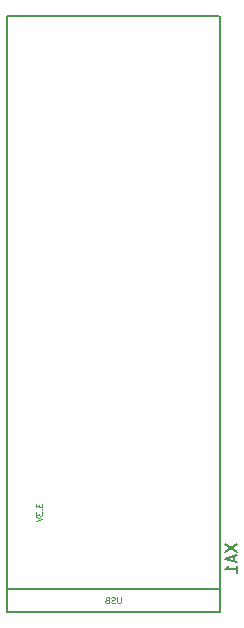
<source format=gbr>
%TF.GenerationSoftware,KiCad,Pcbnew,(5.1.6)-1*%
%TF.CreationDate,2021-11-11T13:14:54-05:00*%
%TF.ProjectId,ThermoPlate2_v1,54686572-6d6f-4506-9c61-7465325f7631,rev?*%
%TF.SameCoordinates,Original*%
%TF.FileFunction,Legend,Bot*%
%TF.FilePolarity,Positive*%
%FSLAX46Y46*%
G04 Gerber Fmt 4.6, Leading zero omitted, Abs format (unit mm)*
G04 Created by KiCad (PCBNEW (5.1.6)-1) date 2021-11-11 13:14:54*
%MOMM*%
%LPD*%
G01*
G04 APERTURE LIST*
%ADD10C,0.150000*%
%ADD11C,0.075000*%
G04 APERTURE END LIST*
D10*
%TO.C,XA1*%
X47700000Y-112000000D02*
X47700000Y-61520000D01*
X65700000Y-110000000D02*
X47700000Y-110000000D01*
X65734000Y-112000000D02*
X65734000Y-61520000D01*
X65700000Y-61520000D02*
X47700000Y-61520000D01*
X65734000Y-112000000D02*
X47700000Y-112000000D01*
X66202380Y-106221904D02*
X67202380Y-106888571D01*
X66202380Y-106888571D02*
X67202380Y-106221904D01*
X66916666Y-107221904D02*
X66916666Y-107698095D01*
X67202380Y-107126666D02*
X66202380Y-107460000D01*
X67202380Y-107793333D01*
X67202380Y-108650476D02*
X67202380Y-108079047D01*
X67202380Y-108364761D02*
X66202380Y-108364761D01*
X66345238Y-108269523D01*
X66440476Y-108174285D01*
X66488095Y-108079047D01*
D11*
X50220190Y-102801904D02*
X50220190Y-103111428D01*
X50410666Y-102944761D01*
X50410666Y-103016190D01*
X50434476Y-103063809D01*
X50458285Y-103087619D01*
X50505904Y-103111428D01*
X50624952Y-103111428D01*
X50672571Y-103087619D01*
X50696380Y-103063809D01*
X50720190Y-103016190D01*
X50720190Y-102873333D01*
X50696380Y-102825714D01*
X50672571Y-102801904D01*
X50672571Y-103325714D02*
X50696380Y-103349523D01*
X50720190Y-103325714D01*
X50696380Y-103301904D01*
X50672571Y-103325714D01*
X50720190Y-103325714D01*
X50220190Y-103516190D02*
X50220190Y-103825714D01*
X50410666Y-103659047D01*
X50410666Y-103730476D01*
X50434476Y-103778095D01*
X50458285Y-103801904D01*
X50505904Y-103825714D01*
X50624952Y-103825714D01*
X50672571Y-103801904D01*
X50696380Y-103778095D01*
X50720190Y-103730476D01*
X50720190Y-103587619D01*
X50696380Y-103540000D01*
X50672571Y-103516190D01*
X50220190Y-103968571D02*
X50720190Y-104135238D01*
X50220190Y-104301904D01*
X57347952Y-110742190D02*
X57347952Y-111146952D01*
X57324142Y-111194571D01*
X57300333Y-111218380D01*
X57252714Y-111242190D01*
X57157476Y-111242190D01*
X57109857Y-111218380D01*
X57086047Y-111194571D01*
X57062238Y-111146952D01*
X57062238Y-110742190D01*
X56847952Y-111218380D02*
X56776523Y-111242190D01*
X56657476Y-111242190D01*
X56609857Y-111218380D01*
X56586047Y-111194571D01*
X56562238Y-111146952D01*
X56562238Y-111099333D01*
X56586047Y-111051714D01*
X56609857Y-111027904D01*
X56657476Y-111004095D01*
X56752714Y-110980285D01*
X56800333Y-110956476D01*
X56824142Y-110932666D01*
X56847952Y-110885047D01*
X56847952Y-110837428D01*
X56824142Y-110789809D01*
X56800333Y-110766000D01*
X56752714Y-110742190D01*
X56633666Y-110742190D01*
X56562238Y-110766000D01*
X56181285Y-110980285D02*
X56109857Y-111004095D01*
X56086047Y-111027904D01*
X56062238Y-111075523D01*
X56062238Y-111146952D01*
X56086047Y-111194571D01*
X56109857Y-111218380D01*
X56157476Y-111242190D01*
X56347952Y-111242190D01*
X56347952Y-110742190D01*
X56181285Y-110742190D01*
X56133666Y-110766000D01*
X56109857Y-110789809D01*
X56086047Y-110837428D01*
X56086047Y-110885047D01*
X56109857Y-110932666D01*
X56133666Y-110956476D01*
X56181285Y-110980285D01*
X56347952Y-110980285D01*
%TD*%
M02*

</source>
